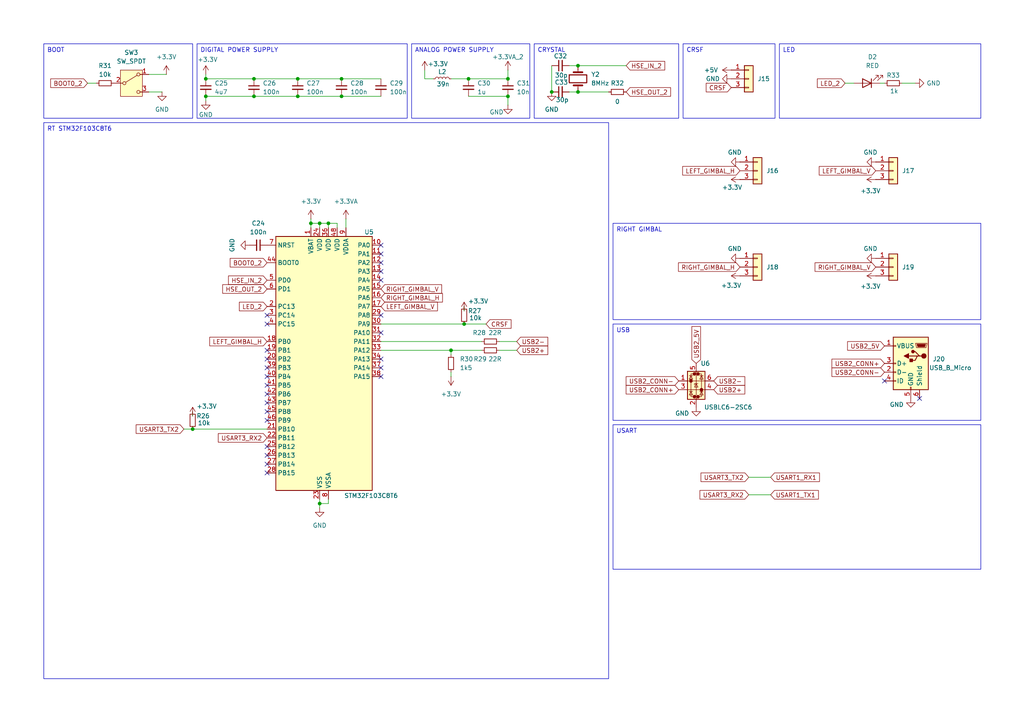
<source format=kicad_sch>
(kicad_sch (version 20231120) (generator "eeschema") (generator_version "8.0")
  (paper "A4")
  (title_block (title "PILOT") (date "2024-06-10") (rev "1.0"))
  (lib_symbols
    (symbol "Connector:USB_B_Micro" (pin_names (offset 1.016))
      (property "Reference" "J" (at -5.08 11.43 0))
      (property "Value" "USB_B_Micro" (at -5.08 8.89 0))
      (symbol "USB_B_Micro_0_1"
        (rectangle (start -5.08 -7.62) (end 5.08 7.62) (stroke (width 0.254)) (fill (type background)))
        (circle (center -3.81 2.159) (radius 0.635) (stroke (width 0.254)) (fill (type outline)))
        (circle (center -0.635 3.429) (radius 0.381) (stroke (width 0.254)) (fill (type outline)))
        (rectangle (start -0.127 -7.62) (end 0.127 -6.858))
        (polyline (pts (xy -1.905 2.159) (xy 0.635 2.159)) (stroke (width 0.254)))
        (polyline (pts (xy -3.175 2.159) (xy -2.54 2.159) (xy -1.27 3.429) (xy -0.635 3.429)) (stroke (width 0.254)))
        (polyline (pts (xy -2.54 2.159) (xy -1.905 2.159) (xy -1.27 0.889) (xy 0 0.889)) (stroke (width 0.254)))
        (polyline (pts (xy 0.635 2.794) (xy 0.635 1.524) (xy 1.905 2.159) (xy 0.635 2.794)) (stroke (width 0.254)) (fill (type outline)))
        (polyline (pts (xy -4.318 5.588) (xy -1.778 5.588) (xy -2.032 4.826) (xy -4.064 4.826) (xy -4.318 5.588)) (fill (type outline)))
        (polyline (pts (xy -4.699 5.842) (xy -4.699 5.588) (xy -4.445 4.826) (xy -4.445 4.572) (xy -1.651 4.572) (xy -1.651 4.826) (xy -1.397 5.588) (xy -1.397 5.842) (xy -4.699 5.842)))
        (rectangle (start 0.254 1.27) (end -0.508 0.508) (stroke (width 0.254)) (fill (type outline)))
        (rectangle (start 5.08 -5.207) (end 4.318 -4.953))
        (rectangle (start 5.08 -2.667) (end 4.318 -2.413))
        (rectangle (start 5.08 -0.127) (end 4.318 0.127))
        (rectangle (start 5.08 4.953) (end 4.318 5.207))
      )
      (symbol "USB_B_Micro_1_1"
        (pin power_out line (at 7.62 5.08 180) (length 2.54) (name "VBUS") (number "1"))
        (pin bidirectional line (at 7.62 -2.54 180) (length 2.54) (name "D-") (number "2"))
        (pin bidirectional line (at 7.62 0 180) (length 2.54) (name "D+") (number "3"))
        (pin passive line (at 7.62 -5.08 180) (length 2.54) (name "ID") (number "4"))
        (pin power_out line (at 0 -10.16 90) (length 2.54) (name "GND") (number "5"))
        (pin passive line (at -2.54 -10.16 90) (length 2.54) (name "Shield") (number "6"))
      )
    )
    (symbol "Connector_Generic:Conn_01x03" (pin_names (offset 1.016) hide)
      (property "Reference" "J" (at 0 5.08 0))
      (property "Value" "Conn_01x03" (at 0 -5.08 0))
      (symbol "Conn_01x03_1_1"
        (rectangle (start -1.27 -2.413) (end 0 -2.667) (stroke (width 0.1524)))
        (rectangle (start -1.27 0.127) (end 0 -0.127) (stroke (width 0.1524)))
        (rectangle (start -1.27 2.667) (end 0 2.413) (stroke (width 0.1524)))
        (rectangle (start -1.27 3.81) (end 1.27 -3.81) (stroke (width 0.254)) (fill (type background)))
        (pin passive line (at -5.08 2.54 0) (length 3.81) (name "Pin_1") (number "1"))
        (pin passive line (at -5.08 0 0) (length 3.81) (name "Pin_2") (number "2"))
        (pin passive line (at -5.08 -2.54 0) (length 3.81) (name "Pin_3") (number "3"))
      )
    )
    (symbol "Device:C_Small" (pin_numbers hide) (pin_names (offset 0.254) hide)
      (property "Reference" "C" (at 0.254 1.778 0))
      (property "Value" "C_Small" (at 0.254 -2.032 0))
      (symbol "C_Small_0_1"
        (polyline (pts (xy -1.524 -0.508) (xy 1.524 -0.508)) (stroke (width 0.3302)))
        (polyline (pts (xy -1.524 0.508) (xy 1.524 0.508)) (stroke (width 0.3048)))
      )
      (symbol "C_Small_1_1"
        (pin passive line (at 0 2.54 270) (length 2.032) (name "~") (number "1"))
        (pin passive line (at 0 -2.54 90) (length 2.032) (name "~") (number "2"))
      )
    )
    (symbol "Device:Crystal" (pin_numbers hide) (pin_names (offset 1.016) hide)
      (property "Reference" "Y" (at 0 3.81 0))
      (property "Value" "Crystal" (at 0 -3.81 0))
      (symbol "Crystal_0_1"
        (rectangle (start -1.143 2.54) (end 1.143 -2.54) (stroke (width 0.3048)))
        (polyline (pts (xy -2.54 0) (xy -1.905 0)))
        (polyline (pts (xy -1.905 -1.27) (xy -1.905 1.27)) (stroke (width 0.508)))
        (polyline (pts (xy 1.905 -1.27) (xy 1.905 1.27)) (stroke (width 0.508)))
        (polyline (pts (xy 2.54 0) (xy 1.905 0)))
      )
      (symbol "Crystal_1_1"
        (pin passive line (at -3.81 0 0) (length 1.27) (name "1") (number "1"))
        (pin passive line (at 3.81 0 180) (length 1.27) (name "2") (number "2"))
      )
    )
    (symbol "Device:LED" (pin_numbers hide) (pin_names (offset 1.016) hide)
      (property "Reference" "D" (at 0 2.54 0))
      (property "Value" "LED" (at 0 -2.54 0))
      (symbol "LED_0_1"
        (polyline (pts (xy -1.27 -1.27) (xy -1.27 1.27)) (stroke (width 0.254)))
        (polyline (pts (xy -1.27 0) (xy 1.27 0)))
        (polyline (pts (xy 1.27 -1.27) (xy 1.27 1.27) (xy -1.27 0) (xy 1.27 -1.27)) (stroke (width 0.254)))
        (polyline (pts (xy -3.048 -0.762) (xy -4.572 -2.286) (xy -3.81 -2.286) (xy -4.572 -2.286) (xy -4.572 -1.524)))
        (polyline (pts (xy -1.778 -0.762) (xy -3.302 -2.286) (xy -2.54 -2.286) (xy -3.302 -2.286) (xy -3.302 -1.524)))
      )
      (symbol "LED_1_1"
        (pin passive line (at -3.81 0 0) (length 2.54) (name "K") (number "1"))
        (pin passive line (at 3.81 0 180) (length 2.54) (name "A") (number "2"))
      )
    )
    (symbol "Device:L_Small" (pin_numbers hide) (pin_names (offset 0.254) hide)
      (property "Reference" "L" (at 0.762 1.016 0))
      (property "Value" "L_Small" (at 0.762 -1.016 0))
      (symbol "L_Small_0_1"
        (arc (start 0 -2.032) (mid 0.5058 -1.524) (end 0 -1.016))
        (arc (start 0 -1.016) (mid 0.5058 -0.508) (end 0 0))
        (arc (start 0 0) (mid 0.5058 0.508) (end 0 1.016))
        (arc (start 0 1.016) (mid 0.5058 1.524) (end 0 2.032))
      )
      (symbol "L_Small_1_1"
        (pin passive line (at 0 2.54 270) (length 0.508) (name "~") (number "1"))
        (pin passive line (at 0 -2.54 90) (length 0.508) (name "~") (number "2"))
      )
    )
    (symbol "Device:R_Small" (pin_numbers hide) (pin_names (offset 0.254) hide)
      (property "Reference" "R" (at 0.762 0.508 0))
      (property "Value" "R_Small" (at 0.762 -1.016 0))
      (symbol "R_Small_0_1"
        (rectangle (start -0.762 1.778) (end 0.762 -1.778) (stroke (width 0.2032)))
      )
      (symbol "R_Small_1_1"
        (pin passive line (at 0 2.54 270) (length 0.762) (name "~") (number "1"))
        (pin passive line (at 0 -2.54 90) (length 0.762) (name "~") (number "2"))
      )
    )
    (symbol "MCU_ST_STM32F1:STM32F103C8Tx"
      (property "Reference" "U" (at -12.7 39.37 0))
      (property "Value" "STM32F103C8Tx" (at 10.16 39.37 0))
      (symbol "STM32F103C8Tx_0_1"
        (rectangle (start -12.7 -35.56) (end 15.24 38.1) (stroke (width 0.254)) (fill (type background)))
      )
      (symbol "STM32F103C8Tx_1_1"
        (pin power_in line (at -2.54 40.64 270) (length 2.54) (name "VBAT") (number "1"))
        (pin bidirectional line (at 17.78 35.56 180) (length 2.54) (name "PA0") (number "10"))
        (pin bidirectional line (at 17.78 33.02 180) (length 2.54) (name "PA1") (number "11"))
        (pin bidirectional line (at 17.78 30.48 180) (length 2.54) (name "PA2") (number "12"))
        (pin bidirectional line (at 17.78 27.94 180) (length 2.54) (name "PA3") (number "13"))
        (pin bidirectional line (at 17.78 25.4 180) (length 2.54) (name "PA4") (number "14"))
        (pin bidirectional line (at 17.78 22.86 180) (length 2.54) (name "PA5") (number "15"))
        (pin bidirectional line (at 17.78 20.32 180) (length 2.54) (name "PA6") (number "16"))
        (pin bidirectional line (at 17.78 17.78 180) (length 2.54) (name "PA7") (number "17"))
        (pin bidirectional line (at -15.24 7.62 0) (length 2.54) (name "PB0") (number "18"))
        (pin bidirectional line (at -15.24 5.08 0) (length 2.54) (name "PB1") (number "19"))
        (pin bidirectional line (at -15.24 17.78 0) (length 2.54) (name "PC13") (number "2"))
        (pin bidirectional line (at -15.24 2.54 0) (length 2.54) (name "PB2") (number "20"))
        (pin bidirectional line (at -15.24 -17.78 0) (length 2.54) (name "PB10") (number "21"))
        (pin bidirectional line (at -15.24 -20.32 0) (length 2.54) (name "PB11") (number "22"))
        (pin power_in line (at 0 -38.1 90) (length 2.54) (name "VSS") (number "23"))
        (pin power_in line (at 0 40.64 270) (length 2.54) (name "VDD") (number "24"))
        (pin bidirectional line (at -15.24 -22.86 0) (length 2.54) (name "PB12") (number "25"))
        (pin bidirectional line (at -15.24 -25.4 0) (length 2.54) (name "PB13") (number "26"))
        (pin bidirectional line (at -15.24 -27.94 0) (length 2.54) (name "PB14") (number "27"))
        (pin bidirectional line (at -15.24 -30.48 0) (length 2.54) (name "PB15") (number "28"))
        (pin bidirectional line (at 17.78 15.24 180) (length 2.54) (name "PA8") (number "29"))
        (pin bidirectional line (at -15.24 15.24 0) (length 2.54) (name "PC14") (number "3"))
        (pin bidirectional line (at 17.78 12.7 180) (length 2.54) (name "PA9") (number "30"))
        (pin bidirectional line (at 17.78 10.16 180) (length 2.54) (name "PA10") (number "31"))
        (pin bidirectional line (at 17.78 7.62 180) (length 2.54) (name "PA11") (number "32"))
        (pin bidirectional line (at 17.78 5.08 180) (length 2.54) (name "PA12") (number "33"))
        (pin bidirectional line (at 17.78 2.54 180) (length 2.54) (name "PA13") (number "34"))
        (pin passive line (at 0 -38.1 90) (length 2.54) hide (name "VSS") (number "35"))
        (pin power_in line (at 2.54 40.64 270) (length 2.54) (name "VDD") (number "36"))
        (pin bidirectional line (at 17.78 0 180) (length 2.54) (name "PA14") (number "37"))
        (pin bidirectional line (at 17.78 -2.54 180) (length 2.54) (name "PA15") (number "38"))
        (pin bidirectional line (at -15.24 0 0) (length 2.54) (name "PB3") (number "39"))
        (pin bidirectional line (at -15.24 12.7 0) (length 2.54) (name "PC15") (number "4"))
        (pin bidirectional line (at -15.24 -2.54 0) (length 2.54) (name "PB4") (number "40"))
        (pin bidirectional line (at -15.24 -5.08 0) (length 2.54) (name "PB5") (number "41"))
        (pin bidirectional line (at -15.24 -7.62 0) (length 2.54) (name "PB6") (number "42"))
        (pin bidirectional line (at -15.24 -10.16 0) (length 2.54) (name "PB7") (number "43"))
        (pin input line (at -15.24 30.48 0) (length 2.54) (name "BOOT0") (number "44"))
        (pin bidirectional line (at -15.24 -12.7 0) (length 2.54) (name "PB8") (number "45"))
        (pin bidirectional line (at -15.24 -15.24 0) (length 2.54) (name "PB9") (number "46"))
        (pin passive line (at 0 -38.1 90) (length 2.54) hide (name "VSS") (number "47"))
        (pin power_in line (at 5.08 40.64 270) (length 2.54) (name "VDD") (number "48"))
        (pin bidirectional line (at -15.24 25.4 0) (length 2.54) (name "PD0") (number "5"))
        (pin bidirectional line (at -15.24 22.86 0) (length 2.54) (name "PD1") (number "6"))
        (pin input line (at -15.24 35.56 0) (length 2.54) (name "NRST") (number "7"))
        (pin power_in line (at 2.54 -38.1 90) (length 2.54) (name "VSSA") (number "8"))
        (pin power_in line (at 7.62 40.64 270) (length 2.54) (name "VDDA") (number "9"))
      )
    )
    (symbol "Power_Protection:USBLC6-2SC6" (pin_names hide)
      (property "Reference" "U" (at 0.635 5.715 0))
      (property "Value" "USBLC6-2SC6" (at 0.635 3.81 0))
      (symbol "USBLC6-2SC6_0_0"
        (circle (center -1.524 0) (radius 0.0001) (stroke (width 0.508)))
        (circle (center -0.508 -4.572) (radius 0.0001) (stroke (width 0.508)))
        (circle (center -0.508 2.032) (radius 0.0001) (stroke (width 0.508)))
        (circle (center 0.508 -4.572) (radius 0.0001) (stroke (width 0.508)))
        (circle (center 0.508 2.032) (radius 0.0001) (stroke (width 0.508)))
        (circle (center 1.524 -2.54) (radius 0.0001) (stroke (width 0.508)))
      )
      (symbol "USBLC6-2SC6_0_1"
        (polyline (pts (xy -2.54 -2.54) (xy 2.54 -2.54)))
        (polyline (pts (xy -2.54 0) (xy 2.54 0)))
        (polyline (pts (xy -2.032 -3.048) (xy -1.016 -3.048)))
        (polyline (pts (xy -1.016 1.524) (xy -2.032 1.524)))
        (polyline (pts (xy 1.016 -3.048) (xy 2.032 -3.048)))
        (polyline (pts (xy 1.016 1.524) (xy 2.032 1.524)))
        (polyline (pts (xy -0.508 -1.143) (xy -0.508 -0.762) (xy 0.508 -0.762)))
        (polyline (pts (xy -2.032 0.508) (xy -1.016 0.508) (xy -1.524 1.524) (xy -2.032 0.508)))
        (polyline (pts (xy -1.016 -4.064) (xy -2.032 -4.064) (xy -1.524 -3.048) (xy -1.016 -4.064)))
        (polyline (pts (xy 0.508 -1.778) (xy -0.508 -1.778) (xy 0 -0.762) (xy 0.508 -1.778)))
        (polyline (pts (xy 2.032 -4.064) (xy 1.016 -4.064) (xy 1.524 -3.048) (xy 2.032 -4.064)))
        (polyline (pts (xy 2.032 0.508) (xy 1.016 0.508) (xy 1.524 1.524) (xy 2.032 0.508)))
        (polyline (pts (xy 0 2.54) (xy -0.508 2.032) (xy 0.508 2.032) (xy 0 1.524) (xy 0 -4.064) (xy -0.508 -4.572) (xy 0.508 -4.572) (xy 0 -5.08)))
      )
      (symbol "USBLC6-2SC6_1_1"
        (rectangle (start -2.54 2.794) (end 2.54 -5.334) (stroke (width 0.254)) (fill (type background)))
        (polyline (pts (xy -0.508 2.032) (xy -1.524 2.032) (xy -1.524 -4.572) (xy -0.508 -4.572)))
        (polyline (pts (xy 0.508 -4.572) (xy 1.524 -4.572) (xy 1.524 2.032) (xy 0.508 2.032)))
        (pin passive line (at -5.08 0 0) (length 2.54) (name "I/O1") (number "1"))
        (pin passive line (at 0 -7.62 90) (length 2.54) (name "GND") (number "2"))
        (pin passive line (at -5.08 -2.54 0) (length 2.54) (name "I/O2") (number "3"))
        (pin passive line (at 5.08 -2.54 180) (length 2.54) (name "I/O2") (number "4"))
        (pin passive line (at 0 5.08 270) (length 2.54) (name "VBUS") (number "5"))
        (pin passive line (at 5.08 0 180) (length 2.54) (name "I/O1") (number "6"))
      )
    )
    (symbol "Switch:SW_SPDT" (pin_names (offset 0) hide)
      (property "Reference" "SW" (at 0 5.08 0))
      (property "Value" "SW_SPDT" (at 0 -5.08 0))
      (symbol "SW_SPDT_0_1"
        (circle (center -2.032 0) (radius 0.4572))
        (polyline (pts (xy -1.651 0.254) (xy 1.651 2.286)))
        (circle (center 2.032 -2.54) (radius 0.4572))
        (circle (center 2.032 2.54) (radius 0.4572))
      )
      (symbol "SW_SPDT_1_1"
        (rectangle (start -3.175 3.81) (end 3.175 -3.81) (fill (type background)))
        (pin passive line (at 5.08 2.54 180) (length 2.54) (name "A") (number "1"))
        (pin passive line (at -5.08 0 0) (length 2.54) (name "B") (number "2"))
        (pin passive line (at 5.08 -2.54 180) (length 2.54) (name "C") (number "3"))
      )
    )
    (symbol "power:+3.3V" (power) (pin_numbers hide) (pin_names (offset 0) hide)
      (property "Value" "+3.3V" (at 0 3.556 0))
      (symbol "+3.3V_0_1"
        (polyline (pts (xy -0.762 1.27) (xy 0 2.54)))
        (polyline (pts (xy 0 0) (xy 0 2.54)))
        (polyline (pts (xy 0 2.54) (xy 0.762 1.27)))
      )
      (symbol "+3.3V_1_1"
        (pin power_in line (at 0 0 90) (length 0) (name "~") (number "1"))
      )
    )
    (symbol "power:+3.3VA" (power) (pin_numbers hide) (pin_names (offset 0) hide)
      (property "Value" "+3.3VA" (at 0 3.556 0))
      (symbol "+3.3VA_0_1"
        (polyline (pts (xy -0.762 1.27) (xy 0 2.54)))
        (polyline (pts (xy 0 0) (xy 0 2.54)))
        (polyline (pts (xy 0 2.54) (xy 0.762 1.27)))
      )
      (symbol "+3.3VA_1_1"
        (pin power_in line (at 0 0 90) (length 0) (name "~") (number "1"))
      )
    )
    (symbol "power:+5V" (power) (pin_numbers hide) (pin_names (offset 0) hide)
      (property "Value" "+5V" (at 0 3.556 0))
      (symbol "+5V_0_1"
        (polyline (pts (xy -0.762 1.27) (xy 0 2.54)))
        (polyline (pts (xy 0 0) (xy 0 2.54)))
        (polyline (pts (xy 0 2.54) (xy 0.762 1.27)))
      )
      (symbol "+5V_1_1"
        (pin power_in line (at 0 0 90) (length 0) (name "~") (number "1"))
      )
    )
    (symbol "power:GND" (power) (pin_numbers hide) (pin_names (offset 0) hide)
      (property "Value" "GND" (at 0 -3.81 0))
      (symbol "GND_0_1"
        (polyline (pts (xy 0 0) (xy 0 -1.27) (xy 1.27 -1.27) (xy 0 -2.54) (xy -1.27 -1.27) (xy 0 -1.27)))
      )
      (symbol "GND_1_1"
        (pin power_in line (at 0 0 270) (length 0) (name "~") (number "1"))
      )
    )
  )
  (junction (at 73.66 22.86))
  (junction (at 167.64 26.67))
  (junction (at 147.32 22.86))
  (junction (at 130.81 101.6))
  (junction (at 73.66 27.94))
  (junction (at 92.71 146.05))
  (junction (at 99.06 22.86))
  (junction (at 95.25 64.77))
  (junction (at 86.36 22.86))
  (junction (at 59.69 27.94))
  (junction (at 167.64 19.05))
  (junction (at 99.06 27.94))
  (junction (at 59.69 22.86))
  (junction (at 135.89 22.86))
  (junction (at 160.02 26.67))
  (junction (at 134.62 93.98))
  (junction (at 86.36 27.94))
  (junction (at 90.17 64.77))
  (junction (at 147.32 27.94))
  (junction (at 92.71 64.77))
  (junction (at 55.88 124.46))
  (no_connect (at 266.7 115.57))
  (no_connect (at 110.49 78.74))
  (no_connect (at 77.47 93.98))
  (no_connect (at 110.49 91.44))
  (no_connect (at 110.49 96.52))
  (no_connect (at 110.49 109.22))
  (no_connect (at 110.49 71.12))
  (no_connect (at 110.49 73.66))
  (no_connect (at 110.49 104.14))
  (no_connect (at 77.47 134.62))
  (no_connect (at 77.47 111.76))
  (no_connect (at 110.49 81.28))
  (no_connect (at 110.49 106.68))
  (no_connect (at 77.47 119.38))
  (no_connect (at 110.49 76.2))
  (no_connect (at 77.47 116.84))
  (no_connect (at 256.54 110.49))
  (no_connect (at 77.47 106.68))
  (no_connect (at 77.47 101.6))
  (no_connect (at 77.47 137.16))
  (no_connect (at 77.47 114.3))
  (no_connect (at 77.47 129.54))
  (no_connect (at 77.47 121.92))
  (no_connect (at 77.47 109.22))
  (no_connect (at 77.47 91.44))
  (no_connect (at 77.47 132.08))
  (no_connect (at 77.47 104.14))
  (wire (pts (xy 86.36 27.94) (xy 99.06 27.94)))
  (wire (pts (xy 147.32 20.32) (xy 147.32 22.86)))
  (wire (pts (xy 140.97 93.98) (xy 134.62 93.98)))
  (wire (pts (xy 43.18 21.59) (xy 48.26 21.59)))
  (wire (pts (xy 99.06 27.94) (xy 110.49 27.94)))
  (wire (pts (xy 55.88 119.38) (xy 55.88 120.65)))
  (wire (pts (xy 92.71 146.05) (xy 92.71 147.32)))
  (wire (pts (xy 59.69 27.94) (xy 73.66 27.94)))
  (wire (pts (xy 165.1 19.05) (xy 167.64 19.05)))
  (wire (pts (xy 59.69 27.94) (xy 59.69 29.21)))
  (wire (pts (xy 135.89 22.86) (xy 147.32 22.86)))
  (wire (pts (xy 92.71 146.05) (xy 95.25 146.05)))
  (wire (pts (xy 59.69 22.86) (xy 73.66 22.86)))
  (wire (pts (xy 95.25 146.05) (xy 95.25 144.78)))
  (wire (pts (xy 167.64 19.05) (xy 181.61 19.05)))
  (wire (pts (xy 165.1 26.67) (xy 167.64 26.67)))
  (wire (pts (xy 100.33 63.5) (xy 100.33 66.04)))
  (wire (pts (xy 261.62 24.13) (xy 265.43 24.13)))
  (wire (pts (xy 73.66 27.94) (xy 86.36 27.94)))
  (wire (pts (xy 135.89 27.94) (xy 147.32 27.94)))
  (wire (pts (xy 130.81 107.95) (xy 130.81 109.22)))
  (wire (pts (xy 90.17 64.77) (xy 90.17 66.04)))
  (wire (pts (xy 130.81 22.86) (xy 135.89 22.86)))
  (wire (pts (xy 110.49 99.06) (xy 139.7 99.06)))
  (wire (pts (xy 167.64 26.67) (xy 176.53 26.67)))
  (wire (pts (xy 73.66 22.86) (xy 86.36 22.86)))
  (wire (pts (xy 43.18 26.67) (xy 46.99 26.67)))
  (wire (pts (xy 160.02 19.05) (xy 160.02 26.67)))
  (wire (pts (xy 95.25 64.77) (xy 97.79 64.77)))
  (wire (pts (xy 55.88 124.46) (xy 77.47 124.46)))
  (wire (pts (xy 130.81 101.6) (xy 130.81 102.87)))
  (wire (pts (xy 147.32 27.94) (xy 147.32 30.48)))
  (wire (pts (xy 92.71 144.78) (xy 92.71 146.05)))
  (wire (pts (xy 130.81 101.6) (xy 139.7 101.6)))
  (wire (pts (xy 125.73 22.86) (xy 123.19 22.86)))
  (wire (pts (xy 149.86 99.06) (xy 144.78 99.06)))
  (wire (pts (xy 90.17 63.5) (xy 90.17 64.77)))
  (wire (pts (xy 97.79 64.77) (xy 97.79 66.04)))
  (wire (pts (xy 92.71 64.77) (xy 95.25 64.77)))
  (wire (pts (xy 92.71 66.04) (xy 92.71 64.77)))
  (wire (pts (xy 217.17 138.43) (xy 223.52 138.43)))
  (wire (pts (xy 247.65 24.13) (xy 245.11 24.13)))
  (wire (pts (xy 53.34 124.46) (xy 55.88 124.46)))
  (wire (pts (xy 25.4 24.13) (xy 27.94 24.13)))
  (wire (pts (xy 134.62 88.9) (xy 134.62 90.17)))
  (wire (pts (xy 123.19 22.86) (xy 123.19 20.32)))
  (wire (pts (xy 256.54 24.13) (xy 255.27 24.13)))
  (wire (pts (xy 86.36 22.86) (xy 99.06 22.86)))
  (wire (pts (xy 59.69 21.59) (xy 59.69 22.86)))
  (wire (pts (xy 110.49 93.98) (xy 134.62 93.98)))
  (wire (pts (xy 217.17 143.51) (xy 223.52 143.51)))
  (wire (pts (xy 99.06 22.86) (xy 110.49 22.86)))
  (wire (pts (xy 144.78 101.6) (xy 149.86 101.6)))
  (wire (pts (xy 92.71 64.77) (xy 90.17 64.77)))
  (wire (pts (xy 95.25 64.77) (xy 95.25 66.04)))
  (wire (pts (xy 110.49 101.6) (xy 130.81 101.6)))
  (text_box "USB\n" (at 177.8 93.98 0) (size 106.68 27.94) (effects (font (size 1.27 1.27)) (justify left top)))
  (text_box "CRYSTAL\n" (at 154.94 12.7 0) (size 41.91 21.59) (effects (font (size 1.27 1.27)) (justify left top)))
  (text_box "CRSF" (at 198.12 12.7 0) (size 26.67 21.59) (effects (font (size 1.27 1.27)) (justify left top)))
  (text_box "RIGHT GIMBAL\n" (at 177.8 64.77 0) (size 106.68 27.94) (effects (font (size 1.27 1.27)) (justify left top)))
  (text_box "BOOT" (at 12.7 12.7 0) (size 43.18 21.59) (effects (font (size 1.27 1.27)) (justify left top)))
  (text_box "LED" (at 226.06 12.7 0) (size 58.42 21.59) (effects (font (size 1.27 1.27)) (justify left top)))
  (text_box "ANALOG POWER SUPPLY" (at 119.38 12.7 0) (size 34.29 21.59) (effects (font (size 1.27 1.27)) (justify left top)))
  (text_box "USART" (at 177.8 123.19 0) (size 106.68 41.91) (effects (font (size 1.27 1.27)) (justify left top)))
  (text_box "RT STM32F103C8T6" (at 12.7 35.56 0) (size 163.83 161.29) (effects (font (size 1.27 1.27)) (justify left top)))
  (text_box "DIGITAL POWER SUPPLY" (at 57.15 12.7 0) (size 60.96 21.59) (effects (font (size 1.27 1.27)) (justify left top)))
  (global_label "LED_2" (shape input) (at 77.47 88.9 180) (property "Intersheetrefs" "${INTERSHEET_REFS}" (effects (hide yes))))
  (global_label "USB2_CONN-" (shape input) (at 256.54 107.95 180) (property "Intersheetrefs" "${INTERSHEET_REFS}" (effects (hide yes))))
  (global_label "HSE_OUT_2" (shape input) (at 181.61 26.67 0) (property "Intersheetrefs" "${INTERSHEET_REFS}" (effects (hide yes))))
  (global_label "LEFT_GIMBAL_H" (shape input) (at 214.63 49.53 180) (property "Intersheetrefs" "${INTERSHEET_REFS}" (effects (hide yes))))
  (global_label "RIGHT_GIMBAL_H" (shape input) (at 110.49 86.36 0) (property "Intersheetrefs" "${INTERSHEET_REFS}" (effects (hide yes))))
  (global_label "USART1_RX1" (shape input) (at 223.52 138.43 0) (property "Intersheetrefs" "${INTERSHEET_REFS}" (effects (hide yes))))
  (global_label "USART3_TX2" (shape input) (at 53.34 124.46 180) (property "Intersheetrefs" "${INTERSHEET_REFS}" (effects (hide yes))))
  (global_label "USB2+" (shape input) (at 149.86 101.6 0) (property "Intersheetrefs" "${INTERSHEET_REFS}" (effects (hide yes))))
  (global_label "USB2_CONN+" (shape input) (at 256.54 105.41 180) (property "Intersheetrefs" "${INTERSHEET_REFS}" (effects (hide yes))))
  (global_label "USART3_RX2" (shape input) (at 217.17 143.51 180) (property "Intersheetrefs" "${INTERSHEET_REFS}" (effects (hide yes))))
  (global_label "LEFT_GIMBAL_V" (shape input) (at 254 49.53 180) (property "Intersheetrefs" "${INTERSHEET_REFS}" (effects (hide yes))))
  (global_label "LEFT_GIMBAL_H" (shape input) (at 77.47 99.06 180) (property "Intersheetrefs" "${INTERSHEET_REFS}" (effects (hide yes))))
  (global_label "USB2-" (shape input) (at 149.86 99.06 0) (property "Intersheetrefs" "${INTERSHEET_REFS}" (effects (hide yes))))
  (global_label "USB2_CONN+" (shape input) (at 196.85 113.03 180) (property "Intersheetrefs" "${INTERSHEET_REFS}" (effects (hide yes))))
  (global_label "USART3_TX2" (shape input) (at 217.17 138.43 180) (property "Intersheetrefs" "${INTERSHEET_REFS}" (effects (hide yes))))
  (global_label "HSE_IN_2" (shape input) (at 77.47 81.28 180) (property "Intersheetrefs" "${INTERSHEET_REFS}" (effects (hide yes))))
  (global_label "RIGHT_GIMBAL_V" (shape input) (at 254 77.47 180) (property "Intersheetrefs" "${INTERSHEET_REFS}" (effects (hide yes))))
  (global_label "CRSF" (shape input) (at 140.97 93.98 0) (property "Intersheetrefs" "${INTERSHEET_REFS}" (effects (hide yes))))
  (global_label "HSE_OUT_2" (shape input) (at 77.47 83.82 180) (property "Intersheetrefs" "${INTERSHEET_REFS}" (effects (hide yes))))
  (global_label "LEFT_GIMBAL_V" (shape input) (at 110.49 88.9 0) (property "Intersheetrefs" "${INTERSHEET_REFS}" (effects (hide yes))))
  (global_label "LED_2" (shape input) (at 245.11 24.13 180) (property "Intersheetrefs" "${INTERSHEET_REFS}" (effects (hide yes))))
  (global_label "USB2-" (shape input) (at 207.01 110.49 0) (property "Intersheetrefs" "${INTERSHEET_REFS}" (effects (hide yes))))
  (global_label "USART1_TX1" (shape input) (at 223.52 143.51 0) (property "Intersheetrefs" "${INTERSHEET_REFS}" (effects (hide yes))))
  (global_label "USB2_5V" (shape input) (at 256.54 100.33 180) (property "Intersheetrefs" "${INTERSHEET_REFS}" (effects (hide yes))))
  (global_label "USB2_CONN-" (shape input) (at 196.85 110.49 180) (property "Intersheetrefs" "${INTERSHEET_REFS}" (effects (hide yes))))
  (global_label "USART3_RX2" (shape input) (at 77.47 127 180) (property "Intersheetrefs" "${INTERSHEET_REFS}" (effects (hide yes))))
  (global_label "USB2_5V" (shape input) (at 201.93 105.41 90) (property "Intersheetrefs" "${INTERSHEET_REFS}" (effects (hide yes))))
  (global_label "CRSF" (shape input) (at 212.09 25.4 180) (property "Intersheetrefs" "${INTERSHEET_REFS}" (effects (hide yes))))
  (global_label "HSE_IN_2" (shape input) (at 181.61 19.05 0) (property "Intersheetrefs" "${INTERSHEET_REFS}" (effects (hide yes))))
  (global_label "RIGHT_GIMBAL_H" (shape input) (at 214.63 77.47 180) (property "Intersheetrefs" "${INTERSHEET_REFS}" (effects (hide yes))))
  (global_label "USB2+" (shape input) (at 207.01 113.03 0) (property "Intersheetrefs" "${INTERSHEET_REFS}" (effects (hide yes))))
  (global_label "BOOT0_2" (shape input) (at 25.4 24.13 180) (property "Intersheetrefs" "${INTERSHEET_REFS}" (effects (hide yes))))
  (global_label "BOOT0_2" (shape input) (at 77.47 76.2 180) (property "Intersheetrefs" "${INTERSHEET_REFS}" (effects (hide yes))))
  (global_label "RIGHT_GIMBAL_V" (shape input) (at 110.49 83.82 0) (property "Intersheetrefs" "${INTERSHEET_REFS}" (effects (hide yes))))
  (symbol (lib_id "power:GND") (at 212.09 22.86 270) (unit 1)
    (property "Reference" "#PWR01" (effects (hide yes)))
    (property "Value" "GND" (at 206.756 22.86 90))
    (property "Description" "Power symbol creates a global label with name \"GND\" , ground" (effects (hide yes)))
  )
  (symbol (lib_id "Connector_Generic:Conn_01x03") (at 219.71 49.53 0) (unit 1)
    (property "Reference" "J16" (at 222.25 49.5299 0) (effects (justify left)))
    (property "Value" "Conn_01x03" (effects (hide yes)))
    (property "Footprint" "Connector_JST:JST_GH_BM03B-GHS-TBT_1x03-1MP_P1.25mm_Vertical" (effects (hide yes)))
    (property "Description" "Generic connector, single row, 01x03, script generated (kicad-library-utils/schlib/autogen/connector/)" (effects (hide yes)))
  )
  (symbol (lib_id "power:+3.3V") (at 254 80.01 90) (unit 1)
    (property "Reference" "#PWR018" (effects (hide yes)))
    (property "Value" "+3.3V" (at 252.476 83.058 90))
    (property "Description" "Power symbol creates a global label with name \"+3.3V\"" (effects (hide yes)))
  )
  (symbol (lib_id "Device:R_Small") (at 55.88 121.92 180) (unit 1)
    (property "Reference" "R26" (at 58.928 120.65 0))
    (property "Value" "10k" (at 59.182 122.682 0))
    (property "Footprint" "Resistor_SMD:R_0402_1005Metric" (effects (hide yes)))
    (property "Description" "Resistor, small symbol" (effects (hide yes)))
  )
  (symbol (lib_id "power:GND") (at 92.71 147.32 0) (unit 1)
    (property "Reference" "#PWR019" (effects (hide yes)))
    (property "Value" "GND" (at 92.71 152.4 0))
    (property "Description" "Power symbol creates a global label with name \"GND\" , ground" (effects (hide yes)))
  )
  (symbol (lib_id "Device:C_Small") (at 162.56 19.05 90) (unit 1)
    (property "Reference" "C32" (at 162.56 16.256 90))
    (property "Value" "30p" (at 162.814 21.844 90))
    (property "Footprint" "Capacitor_SMD:C_0402_1005Metric" (effects (hide yes)))
    (property "Description" "Unpolarized capacitor, small symbol" (effects (hide yes)))
  )
  (symbol (lib_id "Device:C_Small") (at 74.93 71.12 270) (unit 1)
    (property "Reference" "C24" (at 74.9236 64.77 90))
    (property "Value" "100n" (at 74.9236 67.31 90))
    (property "Footprint" "Capacitor_SMD:C_0402_1005Metric" (effects (hide yes)))
    (property "Description" "Unpolarized capacitor, small symbol" (effects (hide yes)))
  )
  (symbol (lib_id "power:GND") (at 59.69 29.21 0) (unit 1)
    (property "Reference" "#PWR012" (effects (hide yes)))
    (property "Value" "GND" (at 59.69 33.274 0))
    (property "Description" "Power symbol creates a global label with name \"GND\" , ground" (effects (hide yes)))
  )
  (symbol (lib_id "Device:R_Small") (at 134.62 91.44 180) (unit 1)
    (property "Reference" "R27" (at 137.668 90.17 0))
    (property "Value" "10k" (at 137.922 92.202 0))
    (property "Footprint" "Resistor_SMD:R_0402_1005Metric" (effects (hide yes)))
    (property "Description" "Resistor, small symbol" (effects (hide yes)))
  )
  (symbol (lib_id "Device:R_Small") (at 130.81 105.41 180) (unit 1)
    (property "Reference" "R30" (at 133.35 104.1399 0) (effects (justify right)))
    (property "Value" "1k5" (at 133.35 106.6799 0) (effects (justify right)))
    (property "Footprint" "Resistor_SMD:R_0402_1005Metric" (effects (hide yes)))
    (property "Description" "Resistor, small symbol" (effects (hide yes)))
  )
  (symbol (lib_id "power:GND") (at 72.39 71.12 270) (unit 1)
    (property "Reference" "#PWR013" (effects (hide yes)))
    (property "Value" "GND" (at 67.31 71.12 0))
    (property "Description" "Power symbol creates a global label with name \"GND\" , ground" (effects (hide yes)))
  )
  (symbol (lib_id "power:+3.3V") (at 90.17 63.5 0) (unit 1)
    (property "Reference" "#PWR017" (effects (hide yes)))
    (property "Value" "+3.3V" (at 90.17 58.42 0))
    (property "Description" "Power symbol creates a global label with name \"+3.3V\"" (effects (hide yes)))
  )
  (symbol (lib_id "Device:C_Small") (at 86.36 25.4 0) (unit 1)
    (property "Reference" "C27" (at 88.9 24.1362 0) (effects (justify left)))
    (property "Value" "100n" (at 88.9 26.6762 0) (effects (justify left)))
    (property "Footprint" "Capacitor_SMD:C_0402_1005Metric" (effects (hide yes)))
    (property "Description" "Unpolarized capacitor, small symbol" (effects (hide yes)))
  )
  (symbol (lib_id "Device:Crystal") (at 167.64 22.86 90) (unit 1)
    (property "Reference" "Y2" (at 171.45 21.5899 90) (effects (justify right)))
    (property "Value" "8MHz" (at 171.45 24.1299 90) (effects (justify right)))
    (property "Footprint" "Crystal:Crystal_SMD_5032-2Pin_5.0x3.2mm" (effects (hide yes)))
    (property "Description" "Two pin crystal" (effects (hide yes)))
  )
  (symbol (lib_id "power:GND") (at 160.02 26.67 0) (unit 1)
    (property "Reference" "#PWR032" (effects (hide yes)))
    (property "Value" "GND" (at 160.02 31.75 0))
    (property "Description" "Power symbol creates a global label with name \"GND\" , ground" (effects (hide yes)))
  )
  (symbol (lib_id "power:+3.3V") (at 55.88 120.65 0) (unit 1)
    (property "Reference" "#PWR03" (effects (hide yes)))
    (property "Value" "+3.3V" (at 59.944 117.856 0))
    (property "Description" "Power symbol creates a global label with name \"+3.3V\"" (effects (hide yes)))
  )
  (symbol (lib_id "power:+3.3V") (at 134.62 90.17 0) (unit 1)
    (property "Reference" "#PWR010" (effects (hide yes)))
    (property "Value" "+3.3V" (at 138.684 87.376 0))
    (property "Description" "Power symbol creates a global label with name \"+3.3V\"" (effects (hide yes)))
  )
  (symbol (lib_id "power:GND") (at 147.32 30.48 0) (unit 1)
    (property "Reference" "#PWR029" (effects (hide yes)))
    (property "Value" "GND" (at 144.018 32.512 0))
    (property "Description" "Power symbol creates a global label with name \"GND\" , ground" (effects (hide yes)))
  )
  (symbol (lib_id "power:+3.3V") (at 48.26 21.59 0) (unit 1)
    (property "Reference" "#PWR08" (effects (hide yes)))
    (property "Value" "+3.3V" (at 48.26 16.51 0))
    (property "Description" "Power symbol creates a global label with name \"+3.3V\"" (effects (hide yes)))
  )
  (symbol (lib_id "power:+3.3V") (at 214.63 80.01 90) (unit 1)
    (property "Reference" "#PWR015" (effects (hide yes)))
    (property "Value" "+3.3V" (at 212.09 82.804 90))
    (property "Description" "Power symbol creates a global label with name \"+3.3V\"" (effects (hide yes)))
  )
  (symbol (lib_id "power:+3.3V") (at 130.81 109.22 180) (unit 1)
    (property "Reference" "#PWR025" (effects (hide yes)))
    (property "Value" "+3.3V" (at 130.81 114.3 0))
    (property "Description" "Power symbol creates a global label with name \"+3.3V\"" (effects (hide yes)))
  )
  (symbol (lib_id "Device:C_Small") (at 59.69 25.4 0) (unit 1)
    (property "Reference" "C25" (at 62.23 24.1362 0) (effects (justify left)))
    (property "Value" "4u7" (at 62.23 26.6762 0) (effects (justify left)))
    (property "Footprint" "Capacitor_SMD:C_0603_1608Metric" (effects (hide yes)))
    (property "Description" "Unpolarized capacitor, small symbol" (effects (hide yes)))
  )
  (symbol (lib_id "Device:R_Small") (at 142.24 101.6 270) (unit 1)
    (property "Reference" "R29" (at 141.224 104.14 90) (effects (justify right)))
    (property "Value" "22R" (at 145.542 104.14 90) (effects (justify right)))
    (property "Footprint" "Resistor_SMD:R_0402_1005Metric" (effects (hide yes)))
    (property "Description" "Resistor, small symbol" (effects (hide yes)))
  )
  (symbol (lib_id "Device:C_Small") (at 110.49 25.4 0) (unit 1)
    (property "Reference" "C29" (at 113.03 24.1362 0) (effects (justify left)))
    (property "Value" "100n" (at 113.03 26.6762 0) (effects (justify left)))
    (property "Footprint" "Capacitor_SMD:C_0402_1005Metric" (effects (hide yes)))
    (property "Description" "Unpolarized capacitor, small symbol" (effects (hide yes)))
  )
  (symbol (lib_id "power:GND") (at 264.16 115.57 0) (unit 1)
    (property "Reference" "#PWR050" (effects (hide yes)))
    (property "Value" "GND" (at 262.128 117.348 0) (effects (justify right)))
    (property "Description" "Power symbol creates a global label with name \"GND\" , ground" (effects (hide yes)))
  )
  (symbol (lib_id "Device:C_Small") (at 162.56 26.67 90) (unit 1)
    (property "Reference" "C33" (at 162.814 23.876 90))
    (property "Value" "30p" (at 163.068 28.956 90))
    (property "Footprint" "Capacitor_SMD:C_0402_1005Metric" (effects (hide yes)))
    (property "Description" "Unpolarized capacitor, small symbol" (effects (hide yes)))
  )
  (symbol (lib_id "power:GND") (at 201.93 118.11 0) (unit 1)
    (property "Reference" "#PWR035" (effects (hide yes)))
    (property "Value" "GND" (at 199.898 119.888 0) (effects (justify right)))
    (property "Description" "Power symbol creates a global label with name \"GND\" , ground" (effects (hide yes)))
  )
  (symbol (lib_id "power:GND") (at 254 74.93 270) (unit 1)
    (property "Reference" "#PWR021" (effects (hide yes)))
    (property "Value" "GND" (at 252.476 72.136 90))
    (property "Description" "Power symbol creates a global label with name \"GND\" , ground" (effects (hide yes)))
  )
  (symbol (lib_id "Device:R_Small") (at 142.24 99.06 270) (unit 1)
    (property "Reference" "R28" (at 140.97 96.52 90) (effects (justify right)))
    (property "Value" "22R" (at 145.542 96.52 90) (effects (justify right)))
    (property "Footprint" "Resistor_SMD:R_0402_1005Metric" (effects (hide yes)))
    (property "Description" "Resistor, small symbol" (effects (hide yes)))
  )
  (symbol (lib_id "Power_Protection:USBLC6-2SC6") (at 201.93 110.49 0) (unit 1)
    (property "Reference" "U6" (at 203.2 105.41 0) (effects (justify left)))
    (property "Value" "USBLC6-2SC6" (at 204.216 118.11 0) (effects (justify left)))
    (property "Footprint" "Package_TO_SOT_SMD:SOT-23-6" (effects (hide yes)))
    (property "Datasheet" "https://www.st.com/resource/en/datasheet/usblc6-2.pdf" (effects (hide yes)))
    (property "Description" "Very low capacitance ESD protection diode, 2 data-line, SOT-23-6" (effects (hide yes)))
  )
  (symbol (lib_id "Connector:USB_B_Micro") (at 264.16 105.41 0) (mirror y) (unit 1)
    (property "Reference" "J20" (at 270.51 104.1399 0) (effects (justify right)))
    (property "Value" "USB_B_Micro" (at 269.494 106.68 0) (effects (justify right)))
    (property "Footprint" "Connector_USB:USB_Micro-B_Molex-105017-0001" (effects (hide yes)))
    (property "Description" "USB Micro Type B connector" (effects (hide yes)))
  )
  (symbol (lib_id "MCU_ST_STM32F1:STM32F103C8Tx") (at 92.71 106.68 0) (unit 1)
    (property "Reference" "U5" (at 105.664 67.31 0) (effects (justify left)))
    (property "Value" "STM32F103C8T6" (at 99.822 143.764 0) (effects (justify left)))
    (property "Footprint" "Package_QFP:LQFP-48_7x7mm_P0.5mm" (effects (hide yes)))
    (property "Datasheet" "https://www.st.com/resource/en/datasheet/stm32f103c8.pdf" (effects (hide yes)))
    (property "Description" "STMicroelectronics Arm Cortex-M3 MCU, 64KB flash, 20KB RAM, 72 MHz, 2.0-3.6V, 37 GPIO, LQFP48" (effects (hide yes)))
  )
  (symbol (lib_id "power:GND") (at 214.63 74.93 270) (unit 1)
    (property "Reference" "#PWR016" (effects (hide yes)))
    (property "Value" "GND" (at 213.106 72.136 90))
    (property "Description" "Power symbol creates a global label with name \"GND\" , ground" (effects (hide yes)))
  )
  (symbol (lib_id "Device:R_Small") (at 259.08 24.13 90) (unit 1)
    (property "Reference" "R33" (at 259.08 21.844 90))
    (property "Value" "1k" (at 259.334 26.416 90))
    (property "Footprint" "Resistor_SMD:R_0603_1608Metric" (effects (hide yes)))
    (property "Description" "Resistor, small symbol" (effects (hide yes)))
  )
  (symbol (lib_id "Device:C_Small") (at 147.32 25.4 0) (unit 1)
    (property "Reference" "C31" (at 149.86 24.1362 0) (effects (justify left)))
    (property "Value" "10n" (at 149.86 26.6762 0) (effects (justify left)))
    (property "Footprint" "Capacitor_SMD:C_0402_1005Metric" (effects (hide yes)))
    (property "Description" "Unpolarized capacitor, small symbol" (effects (hide yes)))
  )
  (symbol (lib_id "Device:C_Small") (at 135.89 25.4 0) (unit 1)
    (property "Reference" "C30" (at 138.43 24.1362 0) (effects (justify left)))
    (property "Value" "1u" (at 138.43 26.6762 0) (effects (justify left)))
    (property "Footprint" "Capacitor_SMD:C_0402_1005Metric" (effects (hide yes)))
    (property "Description" "Unpolarized capacitor, small symbol" (effects (hide yes)))
  )
  (symbol (lib_id "Connector_Generic:Conn_01x03") (at 259.08 49.53 0) (unit 1)
    (property "Reference" "J17" (at 261.62 49.5299 0) (effects (justify left)))
    (property "Value" "Conn_01x03" (effects (hide yes)))
    (property "Footprint" "Connector_JST:JST_GH_BM03B-GHS-TBT_1x03-1MP_P1.25mm_Vertical" (effects (hide yes)))
    (property "Description" "Generic connector, single row, 01x03, script generated (kicad-library-utils/schlib/autogen/connector/)" (effects (hide yes)))
  )
  (symbol (lib_id "Connector_Generic:Conn_01x03") (at 219.71 77.47 0) (unit 1)
    (property "Reference" "J18" (at 222.25 77.4699 0) (effects (justify left)))
    (property "Value" "Conn_01x03" (effects (hide yes)))
    (property "Footprint" "Connector_JST:JST_GH_BM03B-GHS-TBT_1x03-1MP_P1.25mm_Vertical" (effects (hide yes)))
    (property "Description" "Generic connector, single row, 01x03, script generated (kicad-library-utils/schlib/autogen/connector/)" (effects (hide yes)))
  )
  (symbol (lib_id "power:+3.3V") (at 254 52.07 90) (unit 1)
    (property "Reference" "#PWR09" (effects (hide yes)))
    (property "Value" "+3.3V" (at 252.476 55.372 90))
    (property "Description" "Power symbol creates a global label with name \"+3.3V\"" (effects (hide yes)))
  )
  (symbol (lib_id "power:GND") (at 46.99 26.67 0) (unit 1)
    (property "Reference" "#PWR06" (effects (hide yes)))
    (property "Value" "GND" (at 46.99 31.75 0))
    (property "Description" "Power symbol creates a global label with name \"GND\" , ground" (effects (hide yes)))
  )
  (symbol (lib_id "power:GND") (at 265.43 24.13 90) (unit 1)
    (property "Reference" "#PWR038" (effects (hide yes)))
    (property "Value" "GND" (at 270.764 24.13 90))
    (property "Description" "Power symbol creates a global label with name \"GND\" , ground" (effects (hide yes)))
  )
  (symbol (lib_id "power:+3.3VA") (at 147.32 20.32 0) (unit 1)
    (property "Reference" "#PWR028" (effects (hide yes)))
    (property "Value" "+3.3VA_2" (at 147.32 16.51 0))
    (property "Description" "Power symbol creates a global label with name \"+3.3VA\"" (effects (hide yes)))
  )
  (symbol (lib_id "Device:C_Small") (at 73.66 25.4 0) (unit 1)
    (property "Reference" "C26" (at 76.2 24.1362 0) (effects (justify left)))
    (property "Value" "100n" (at 76.2 26.6762 0) (effects (justify left)))
    (property "Footprint" "Capacitor_SMD:C_0402_1005Metric" (effects (hide yes)))
    (property "Description" "Unpolarized capacitor, small symbol" (effects (hide yes)))
  )
  (symbol (lib_id "Connector_Generic:Conn_01x03") (at 217.17 22.86 0) (unit 1)
    (property "Reference" "J15" (at 219.71 22.8599 0) (effects (justify left)))
    (property "Value" "Conn_01x03" (effects (hide yes)))
    (property "Footprint" "Connector_JST:JST_ZH_B3B-ZR-SM4-TF_1x03-1MP_P1.50mm_Vertical" (effects (hide yes)))
    (property "Description" "Generic connector, single row, 01x03, script generated (kicad-library-utils/schlib/autogen/connector/)" (effects (hide yes)))
  )
  (symbol (lib_id "power:+3.3V") (at 123.19 20.32 0) (unit 1)
    (property "Reference" "#PWR024" (effects (hide yes)))
    (property "Value" "+3.3V" (at 127 18.542 0))
    (property "Description" "Power symbol creates a global label with name \"+3.3V\"" (effects (hide yes)))
  )
  (symbol (lib_id "Device:C_Small") (at 99.06 25.4 0) (unit 1)
    (property "Reference" "C28" (at 101.6 24.1362 0) (effects (justify left)))
    (property "Value" "100n" (at 101.6 26.6762 0) (effects (justify left)))
    (property "Footprint" "Capacitor_SMD:C_0402_1005Metric" (effects (hide yes)))
    (property "Description" "Unpolarized capacitor, small symbol" (effects (hide yes)))
  )
  (symbol (lib_id "power:+3.3V") (at 214.63 52.07 90) (unit 1)
    (property "Reference" "#PWR07" (effects (hide yes)))
    (property "Value" "+3.3V" (at 212.344 54.356 90))
    (property "Description" "Power symbol creates a global label with name \"+3.3V\"" (effects (hide yes)))
  )
  (symbol (lib_id "power:+5V") (at 212.09 20.32 90) (mirror x) (unit 1)
    (property "Reference" "#PWR022" (effects (hide yes)))
    (property "Value" "+5V" (at 208.28 20.3199 90) (effects (justify left)))
    (property "Description" "Power symbol creates a global label with name \"+5V\"" (effects (hide yes)))
  )
  (symbol (lib_id "Device:R_Small") (at 30.48 24.13 270) (unit 1)
    (property "Reference" "R31" (at 30.48 19.05 90))
    (property "Value" "10k" (at 30.48 21.59 90))
    (property "Footprint" "Resistor_SMD:R_0402_1005Metric" (effects (hide yes)))
    (property "Description" "Resistor, small symbol" (effects (hide yes)))
  )
  (symbol (lib_id "Device:LED") (at 251.46 24.13 180) (unit 1)
    (property "Reference" "D2" (at 253.0475 16.51 0))
    (property "Value" "RED" (at 253.0475 19.05 0))
    (property "Footprint" "Diode_SMD:D_0603_1608Metric" (effects (hide yes)))
    (property "Description" "Light emitting diode" (effects (hide yes)))
  )
  (symbol (lib_id "Connector_Generic:Conn_01x03") (at 259.08 77.47 0) (unit 1)
    (property "Reference" "J19" (at 261.62 77.4699 0) (effects (justify left)))
    (property "Value" "Conn_01x03" (effects (hide yes)))
    (property "Footprint" "Connector_JST:JST_GH_BM03B-GHS-TBT_1x03-1MP_P1.25mm_Vertical" (effects (hide yes)))
    (property "Description" "Generic connector, single row, 01x03, script generated (kicad-library-utils/schlib/autogen/connector/)" (effects (hide yes)))
  )
  (symbol (lib_id "Device:L_Small") (at 128.27 22.86 90) (unit 1)
    (property "Reference" "L2" (at 128.27 20.828 90))
    (property "Value" "39n" (at 128.524 24.384 90))
    (property "Footprint" "Inductor_SMD:L_0402_1005Metric" (effects (hide yes)))
    (property "Description" "Inductor, small symbol" (effects (hide yes)))
  )
  (symbol (lib_id "power:GND") (at 214.63 46.99 270) (unit 1)
    (property "Reference" "#PWR02" (effects (hide yes)))
    (property "Value" "GND" (at 213.106 44.196 90))
    (property "Description" "Power symbol creates a global label with name \"GND\" , ground" (effects (hide yes)))
  )
  (symbol (lib_id "Switch:SW_SPDT") (at 38.1 24.13 0) (unit 1)
    (property "Reference" "SW3" (at 38.1 15.24 0))
    (property "Value" "SW_SPDT" (at 38.1 17.78 0))
    (property "Footprint" "Button_Switch_SMD:SW_SPDT_PCM12" (effects (hide yes)))
    (property "Description" "Switch, single pole double throw" (effects (hide yes)))
  )
  (symbol (lib_id "power:+3.3VA") (at 100.33 63.5 0) (unit 1)
    (property "Reference" "#PWR020" (effects (hide yes)))
    (property "Value" "+3.3VA" (at 100.33 58.42 0))
    (property "Description" "Power symbol creates a global label with name \"+3.3VA\"" (effects (hide yes)))
  )
  (symbol (lib_id "power:GND") (at 254 46.99 270) (unit 1)
    (property "Reference" "#PWR014" (effects (hide yes)))
    (property "Value" "GND" (at 252.476 44.196 90))
    (property "Description" "Power symbol creates a global label with name \"GND\" , ground" (effects (hide yes)))
  )
  (symbol (lib_id "power:+3.3V") (at 59.69 21.59 0) (unit 1)
    (property "Reference" "#PWR011" (effects (hide yes)))
    (property "Value" "+3.3V" (at 60.198 17.272 0))
    (property "Description" "Power symbol creates a global label with name \"+3.3V\"" (effects (hide yes)))
  )
  (symbol (lib_id "Device:R_Small") (at 179.07 26.67 270) (unit 1)
    (property "Reference" "R32" (at 179.07 24.13 90))
    (property "Value" "0" (at 179.07 29.464 90))
    (property "Footprint" "Resistor_SMD:R_0402_1005Metric" (effects (hide yes)))
    (property "Description" "Resistor, small symbol" (effects (hide yes)))
  )
)
</source>
